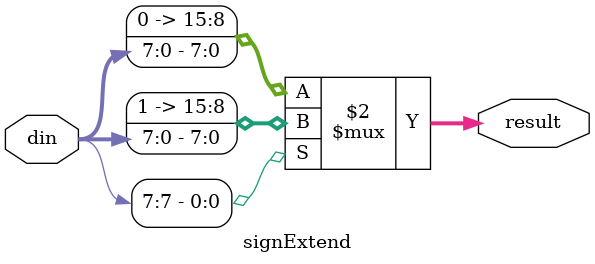
<source format=v>
module signExtend(result,din);
output [15:0]result;
input [7:0]din;
assign result=(din[7]&1'd1)?{8'hff,din}:{8'h00,din};
endmodule

</source>
